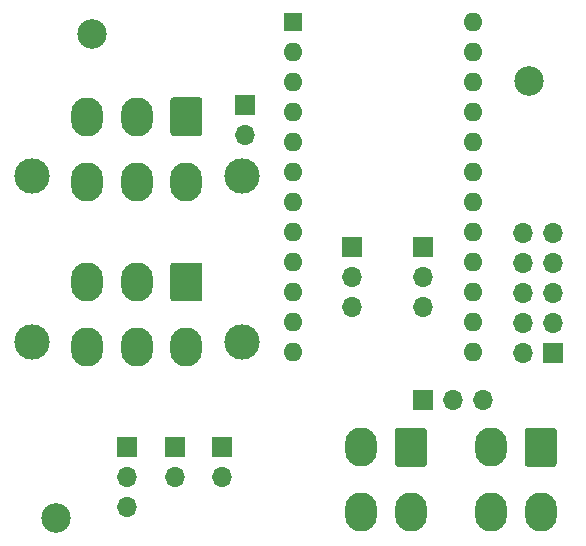
<source format=gbr>
G04 #@! TF.GenerationSoftware,KiCad,Pcbnew,(5.1.9)-1*
G04 #@! TF.CreationDate,2021-10-30T20:33:53-06:00*
G04 #@! TF.ProjectId,ralt_controller,72616c74-5f63-46f6-9e74-726f6c6c6572,1*
G04 #@! TF.SameCoordinates,Original*
G04 #@! TF.FileFunction,Soldermask,Bot*
G04 #@! TF.FilePolarity,Negative*
%FSLAX46Y46*%
G04 Gerber Fmt 4.6, Leading zero omitted, Abs format (unit mm)*
G04 Created by KiCad (PCBNEW (5.1.9)-1) date 2021-10-30 20:33:53*
%MOMM*%
%LPD*%
G01*
G04 APERTURE LIST*
%ADD10O,1.700000X1.700000*%
%ADD11R,1.700000X1.700000*%
%ADD12C,3.000000*%
%ADD13O,2.700000X3.300000*%
%ADD14O,1.600000X1.600000*%
%ADD15R,1.600000X1.600000*%
%ADD16C,2.500000*%
G04 APERTURE END LIST*
D10*
X67890000Y-81810000D03*
X65350000Y-81810000D03*
D11*
X62810000Y-81810000D03*
D12*
X29710000Y-76850000D03*
X47510000Y-76850000D03*
D13*
X34410000Y-77310000D03*
X38610000Y-77310000D03*
X42810000Y-77310000D03*
X34410000Y-71810000D03*
X38610000Y-71810000D03*
G36*
G01*
X44160000Y-70410001D02*
X44160000Y-73209999D01*
G75*
G02*
X43909999Y-73460000I-250001J0D01*
G01*
X41710001Y-73460000D01*
G75*
G02*
X41460000Y-73209999I0J250001D01*
G01*
X41460000Y-70410001D01*
G75*
G02*
X41710001Y-70160000I250001J0D01*
G01*
X43909999Y-70160000D01*
G75*
G02*
X44160000Y-70410001I0J-250001D01*
G01*
G37*
D12*
X29710000Y-62850000D03*
X47510000Y-62850000D03*
D13*
X34410000Y-63310000D03*
X38610000Y-63310000D03*
X42810000Y-63310000D03*
X34410000Y-57810000D03*
X38610000Y-57810000D03*
G36*
G01*
X44160000Y-56410001D02*
X44160000Y-59209999D01*
G75*
G02*
X43909999Y-59460000I-250001J0D01*
G01*
X41710001Y-59460000D01*
G75*
G02*
X41460000Y-59209999I0J250001D01*
G01*
X41460000Y-56410001D01*
G75*
G02*
X41710001Y-56160000I250001J0D01*
G01*
X43909999Y-56160000D01*
G75*
G02*
X44160000Y-56410001I0J-250001D01*
G01*
G37*
D14*
X67050000Y-49810000D03*
X51810000Y-77750000D03*
X67050000Y-52350000D03*
X51810000Y-75210000D03*
X67050000Y-54890000D03*
X51810000Y-72670000D03*
X67050000Y-57430000D03*
X51810000Y-70130000D03*
X67050000Y-59970000D03*
X51810000Y-67590000D03*
X67050000Y-62510000D03*
X51810000Y-65050000D03*
X67050000Y-65050000D03*
X51810000Y-62510000D03*
X67050000Y-67590000D03*
X51810000Y-59970000D03*
X67050000Y-70130000D03*
X51810000Y-57430000D03*
X67050000Y-72670000D03*
X51810000Y-54890000D03*
X67050000Y-75210000D03*
X51810000Y-52350000D03*
X67050000Y-77750000D03*
D15*
X51810000Y-49810000D03*
D16*
X71810000Y-54810000D03*
X31810000Y-91810000D03*
X34810000Y-50810000D03*
D10*
X62810000Y-73890000D03*
X62810000Y-71350000D03*
D11*
X62810000Y-68810000D03*
D10*
X56810000Y-73890000D03*
X56810000Y-71350000D03*
D11*
X56810000Y-68810000D03*
D10*
X47810000Y-59350000D03*
D11*
X47810000Y-56810000D03*
D10*
X37810000Y-90890000D03*
X37810000Y-88350000D03*
D11*
X37810000Y-85810000D03*
D10*
X45810000Y-88350000D03*
D11*
X45810000Y-85810000D03*
D10*
X41810000Y-88350000D03*
D11*
X41810000Y-85810000D03*
D10*
X71270000Y-67650000D03*
X73810000Y-67650000D03*
X71270000Y-70190000D03*
X73810000Y-70190000D03*
X71270000Y-72730000D03*
X73810000Y-72730000D03*
X71270000Y-75270000D03*
X73810000Y-75270000D03*
X71270000Y-77810000D03*
D11*
X73810000Y-77810000D03*
D13*
X68610000Y-91310000D03*
X72810000Y-91310000D03*
X68610000Y-85810000D03*
G36*
G01*
X74160000Y-84410001D02*
X74160000Y-87209999D01*
G75*
G02*
X73909999Y-87460000I-250001J0D01*
G01*
X71710001Y-87460000D01*
G75*
G02*
X71460000Y-87209999I0J250001D01*
G01*
X71460000Y-84410001D01*
G75*
G02*
X71710001Y-84160000I250001J0D01*
G01*
X73909999Y-84160000D01*
G75*
G02*
X74160000Y-84410001I0J-250001D01*
G01*
G37*
X57610000Y-91310000D03*
X61810000Y-91310000D03*
X57610000Y-85810000D03*
G36*
G01*
X63160000Y-84410001D02*
X63160000Y-87209999D01*
G75*
G02*
X62909999Y-87460000I-250001J0D01*
G01*
X60710001Y-87460000D01*
G75*
G02*
X60460000Y-87209999I0J250001D01*
G01*
X60460000Y-84410001D01*
G75*
G02*
X60710001Y-84160000I250001J0D01*
G01*
X62909999Y-84160000D01*
G75*
G02*
X63160000Y-84410001I0J-250001D01*
G01*
G37*
M02*

</source>
